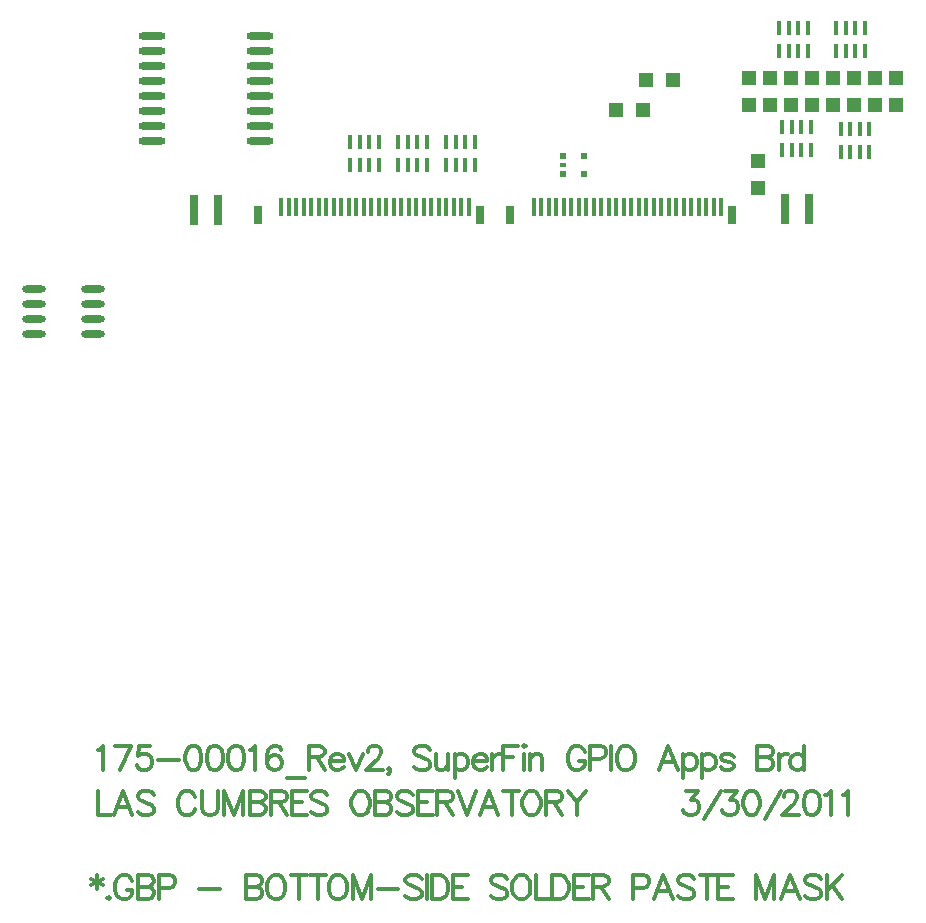
<source format=gbp>
%FSLAX23Y23*%
%MOIN*%
G70*
G01*
G75*
G04 Layer_Color=128*
%ADD10R,0.030X0.060*%
%ADD11R,0.048X0.078*%
%ADD12R,0.050X0.050*%
%ADD13R,0.016X0.041*%
%ADD14O,0.098X0.028*%
%ADD15R,0.030X0.100*%
%ADD16R,0.014X0.060*%
%ADD17R,0.031X0.060*%
%ADD18R,0.039X0.059*%
%ADD19R,0.050X0.050*%
%ADD20C,0.005*%
%ADD21C,0.020*%
%ADD22C,0.010*%
%ADD23C,0.012*%
%ADD24C,0.012*%
%ADD25C,0.012*%
%ADD26C,0.055*%
%ADD27R,0.059X0.059*%
%ADD28C,0.059*%
%ADD29R,0.059X0.059*%
%ADD30C,0.219*%
%ADD31C,0.024*%
%ADD32C,0.040*%
%ADD33C,0.073*%
G04:AMPARAMS|DCode=34|XSize=93.465mil|YSize=93.465mil|CornerRadius=0mil|HoleSize=0mil|Usage=FLASHONLY|Rotation=0.000|XOffset=0mil|YOffset=0mil|HoleType=Round|Shape=Relief|Width=10mil|Gap=10mil|Entries=4|*
%AMTHD34*
7,0,0,0.093,0.073,0.010,45*
%
%ADD34THD34*%
%ADD35C,0.075*%
G04:AMPARAMS|DCode=36|XSize=95.433mil|YSize=95.433mil|CornerRadius=0mil|HoleSize=0mil|Usage=FLASHONLY|Rotation=0.000|XOffset=0mil|YOffset=0mil|HoleType=Round|Shape=Relief|Width=10mil|Gap=10mil|Entries=4|*
%AMTHD36*
7,0,0,0.095,0.075,0.010,45*
%
%ADD36THD36*%
%ADD37C,0.206*%
%ADD38C,0.050*%
G04:AMPARAMS|DCode=39|XSize=70mil|YSize=70mil|CornerRadius=0mil|HoleSize=0mil|Usage=FLASHONLY|Rotation=0.000|XOffset=0mil|YOffset=0mil|HoleType=Round|Shape=Relief|Width=10mil|Gap=10mil|Entries=4|*
%AMTHD39*
7,0,0,0.070,0.050,0.010,45*
%
%ADD39THD39*%
%ADD40O,0.091X0.024*%
%ADD41R,0.020X0.020*%
%ADD42R,0.020X0.016*%
%ADD43O,0.079X0.024*%
%ADD44R,0.017X0.045*%
%ADD45C,0.007*%
%ADD46C,0.008*%
%ADD47C,0.010*%
%ADD48C,0.010*%
%ADD49C,0.008*%
%ADD50C,0.007*%
%ADD51C,0.006*%
%ADD52R,0.189X0.132*%
%ADD53R,0.038X0.068*%
%ADD54R,0.056X0.086*%
%ADD55R,0.058X0.058*%
%ADD56R,0.024X0.049*%
%ADD57O,0.106X0.036*%
%ADD58R,0.038X0.108*%
%ADD59R,0.022X0.068*%
%ADD60R,0.039X0.068*%
%ADD61R,0.047X0.067*%
%ADD62R,0.058X0.058*%
%ADD63C,0.063*%
%ADD64R,0.067X0.067*%
%ADD65C,0.067*%
%ADD66R,0.067X0.067*%
%ADD67C,0.227*%
%ADD68C,0.032*%
%ADD69R,0.774X0.219*%
%ADD70O,0.099X0.032*%
%ADD71R,0.028X0.028*%
%ADD72R,0.028X0.024*%
%ADD73O,0.087X0.032*%
%ADD74R,0.025X0.053*%
D12*
X24267Y16287D02*
D03*
Y16377D02*
D03*
X24197Y16287D02*
D03*
Y16377D02*
D03*
X24127Y16287D02*
D03*
Y16377D02*
D03*
X24057Y16287D02*
D03*
Y16377D02*
D03*
X23987Y16287D02*
D03*
Y16377D02*
D03*
X23917Y16287D02*
D03*
Y16377D02*
D03*
X23847Y16287D02*
D03*
Y16377D02*
D03*
X23777Y16287D02*
D03*
Y16377D02*
D03*
X23807Y16011D02*
D03*
Y16101D02*
D03*
D15*
X23975Y15940D02*
D03*
X23896D02*
D03*
X22005Y15939D02*
D03*
X21926D02*
D03*
D16*
X23683Y15949D02*
D03*
X23658D02*
D03*
X23633D02*
D03*
X23608D02*
D03*
X23583D02*
D03*
X23558D02*
D03*
X23533D02*
D03*
X23508D02*
D03*
X23483D02*
D03*
X23458D02*
D03*
X23433D02*
D03*
X23408D02*
D03*
X23383D02*
D03*
X23358D02*
D03*
X23333D02*
D03*
X23308D02*
D03*
X23283D02*
D03*
X23258D02*
D03*
X23233D02*
D03*
X23208D02*
D03*
X23183D02*
D03*
X23158D02*
D03*
X23133D02*
D03*
X23108D02*
D03*
X23083D02*
D03*
X23058D02*
D03*
X22842Y15948D02*
D03*
X22817D02*
D03*
X22792D02*
D03*
X22767D02*
D03*
X22742D02*
D03*
X22717D02*
D03*
X22692D02*
D03*
X22667D02*
D03*
X22642D02*
D03*
X22617D02*
D03*
X22592D02*
D03*
X22567D02*
D03*
X22542D02*
D03*
X22517D02*
D03*
X22492D02*
D03*
X22467D02*
D03*
X22442D02*
D03*
X22417D02*
D03*
X22392D02*
D03*
X22367D02*
D03*
X22342D02*
D03*
X22317D02*
D03*
X22292D02*
D03*
X22267D02*
D03*
X22242D02*
D03*
X22217D02*
D03*
D17*
X22140Y15921D02*
D03*
X22880D02*
D03*
X23720D02*
D03*
X22980D02*
D03*
D19*
X23522Y16372D02*
D03*
X23432D02*
D03*
X23332Y16272D02*
D03*
X23422D02*
D03*
D24*
X21602Y13720D02*
Y13675D01*
X21583Y13709D02*
X21621Y13686D01*
Y13709D02*
X21583Y13686D01*
X21641Y13648D02*
X21637Y13644D01*
X21641Y13640D01*
X21645Y13644D01*
X21641Y13648D01*
X21720Y13701D02*
X21716Y13709D01*
X21708Y13716D01*
X21701Y13720D01*
X21685D01*
X21678Y13716D01*
X21670Y13709D01*
X21666Y13701D01*
X21662Y13690D01*
Y13671D01*
X21666Y13659D01*
X21670Y13652D01*
X21678Y13644D01*
X21685Y13640D01*
X21701D01*
X21708Y13644D01*
X21716Y13652D01*
X21720Y13659D01*
Y13671D01*
X21701D02*
X21720D01*
X21738Y13720D02*
Y13640D01*
Y13720D02*
X21772D01*
X21784Y13716D01*
X21787Y13713D01*
X21791Y13705D01*
Y13697D01*
X21787Y13690D01*
X21784Y13686D01*
X21772Y13682D01*
X21738D02*
X21772D01*
X21784Y13678D01*
X21787Y13675D01*
X21791Y13667D01*
Y13656D01*
X21787Y13648D01*
X21784Y13644D01*
X21772Y13640D01*
X21738D01*
X21809Y13678D02*
X21843D01*
X21855Y13682D01*
X21859Y13686D01*
X21862Y13694D01*
Y13705D01*
X21859Y13713D01*
X21855Y13716D01*
X21843Y13720D01*
X21809D01*
Y13640D01*
X21943Y13675D02*
X22012D01*
X22098Y13720D02*
Y13640D01*
Y13720D02*
X22132D01*
X22144Y13716D01*
X22148Y13713D01*
X22152Y13705D01*
Y13697D01*
X22148Y13690D01*
X22144Y13686D01*
X22132Y13682D01*
X22098D02*
X22132D01*
X22144Y13678D01*
X22148Y13675D01*
X22152Y13667D01*
Y13656D01*
X22148Y13648D01*
X22144Y13644D01*
X22132Y13640D01*
X22098D01*
X22192Y13720D02*
X22185Y13716D01*
X22177Y13709D01*
X22173Y13701D01*
X22169Y13690D01*
Y13671D01*
X22173Y13659D01*
X22177Y13652D01*
X22185Y13644D01*
X22192Y13640D01*
X22207D01*
X22215Y13644D01*
X22223Y13652D01*
X22227Y13659D01*
X22230Y13671D01*
Y13690D01*
X22227Y13701D01*
X22223Y13709D01*
X22215Y13716D01*
X22207Y13720D01*
X22192D01*
X22276D02*
Y13640D01*
X22249Y13720D02*
X22302D01*
X22339D02*
Y13640D01*
X22312Y13720D02*
X22365D01*
X22398D02*
X22390Y13716D01*
X22382Y13709D01*
X22379Y13701D01*
X22375Y13690D01*
Y13671D01*
X22379Y13659D01*
X22382Y13652D01*
X22390Y13644D01*
X22398Y13640D01*
X22413D01*
X22420Y13644D01*
X22428Y13652D01*
X22432Y13659D01*
X22436Y13671D01*
Y13690D01*
X22432Y13701D01*
X22428Y13709D01*
X22420Y13716D01*
X22413Y13720D01*
X22398D01*
X22454D02*
Y13640D01*
Y13720D02*
X22485Y13640D01*
X22515Y13720D02*
X22485Y13640D01*
X22515Y13720D02*
Y13640D01*
X22538Y13675D02*
X22607D01*
X22684Y13709D02*
X22676Y13716D01*
X22665Y13720D01*
X22649D01*
X22638Y13716D01*
X22630Y13709D01*
Y13701D01*
X22634Y13694D01*
X22638Y13690D01*
X22645Y13686D01*
X22668Y13678D01*
X22676Y13675D01*
X22680Y13671D01*
X22684Y13663D01*
Y13652D01*
X22676Y13644D01*
X22665Y13640D01*
X22649D01*
X22638Y13644D01*
X22630Y13652D01*
X22701Y13720D02*
Y13640D01*
X22718Y13720D02*
Y13640D01*
Y13720D02*
X22745D01*
X22756Y13716D01*
X22764Y13709D01*
X22768Y13701D01*
X22772Y13690D01*
Y13671D01*
X22768Y13659D01*
X22764Y13652D01*
X22756Y13644D01*
X22745Y13640D01*
X22718D01*
X22839Y13720D02*
X22789D01*
Y13640D01*
X22839D01*
X22789Y13682D02*
X22820D01*
X22968Y13709D02*
X22961Y13716D01*
X22949Y13720D01*
X22934D01*
X22923Y13716D01*
X22915Y13709D01*
Y13701D01*
X22919Y13694D01*
X22923Y13690D01*
X22930Y13686D01*
X22953Y13678D01*
X22961Y13675D01*
X22965Y13671D01*
X22968Y13663D01*
Y13652D01*
X22961Y13644D01*
X22949Y13640D01*
X22934D01*
X22923Y13644D01*
X22915Y13652D01*
X23009Y13720D02*
X23002Y13716D01*
X22994Y13709D01*
X22990Y13701D01*
X22986Y13690D01*
Y13671D01*
X22990Y13659D01*
X22994Y13652D01*
X23002Y13644D01*
X23009Y13640D01*
X23024D01*
X23032Y13644D01*
X23040Y13652D01*
X23044Y13659D01*
X23047Y13671D01*
Y13690D01*
X23044Y13701D01*
X23040Y13709D01*
X23032Y13716D01*
X23024Y13720D01*
X23009D01*
X23066D02*
Y13640D01*
X23112D01*
X23120Y13720D02*
Y13640D01*
Y13720D02*
X23147D01*
X23159Y13716D01*
X23166Y13709D01*
X23170Y13701D01*
X23174Y13690D01*
Y13671D01*
X23170Y13659D01*
X23166Y13652D01*
X23159Y13644D01*
X23147Y13640D01*
X23120D01*
X23241Y13720D02*
X23192D01*
Y13640D01*
X23241D01*
X23192Y13682D02*
X23222D01*
X23255Y13720D02*
Y13640D01*
Y13720D02*
X23289D01*
X23300Y13716D01*
X23304Y13713D01*
X23308Y13705D01*
Y13697D01*
X23304Y13690D01*
X23300Y13686D01*
X23289Y13682D01*
X23255D01*
X23281D02*
X23308Y13640D01*
X23389Y13678D02*
X23423D01*
X23434Y13682D01*
X23438Y13686D01*
X23442Y13694D01*
Y13705D01*
X23438Y13713D01*
X23434Y13716D01*
X23423Y13720D01*
X23389D01*
Y13640D01*
X23521D02*
X23490Y13720D01*
X23460Y13640D01*
X23471Y13667D02*
X23509D01*
X23593Y13709D02*
X23585Y13716D01*
X23574Y13720D01*
X23558D01*
X23547Y13716D01*
X23539Y13709D01*
Y13701D01*
X23543Y13694D01*
X23547Y13690D01*
X23555Y13686D01*
X23577Y13678D01*
X23585Y13675D01*
X23589Y13671D01*
X23593Y13663D01*
Y13652D01*
X23585Y13644D01*
X23574Y13640D01*
X23558D01*
X23547Y13644D01*
X23539Y13652D01*
X23637Y13720D02*
Y13640D01*
X23611Y13720D02*
X23664D01*
X23723D02*
X23673D01*
Y13640D01*
X23723D01*
X23673Y13682D02*
X23704D01*
X23799Y13720D02*
Y13640D01*
Y13720D02*
X23830Y13640D01*
X23860Y13720D02*
X23830Y13640D01*
X23860Y13720D02*
Y13640D01*
X23944D02*
X23913Y13720D01*
X23883Y13640D01*
X23894Y13667D02*
X23932D01*
X24016Y13709D02*
X24008Y13716D01*
X23997Y13720D01*
X23982D01*
X23970Y13716D01*
X23963Y13709D01*
Y13701D01*
X23966Y13694D01*
X23970Y13690D01*
X23978Y13686D01*
X24001Y13678D01*
X24008Y13675D01*
X24012Y13671D01*
X24016Y13663D01*
Y13652D01*
X24008Y13644D01*
X23997Y13640D01*
X23982D01*
X23970Y13644D01*
X23963Y13652D01*
X24034Y13720D02*
Y13640D01*
X24087Y13720D02*
X24034Y13667D01*
X24053Y13686D02*
X24087Y13640D01*
X21604Y14136D02*
X21612Y14139D01*
X21623Y14151D01*
Y14071D01*
X21716Y14151D02*
X21678Y14071D01*
X21663Y14151D02*
X21716D01*
X21779D02*
X21741D01*
X21738Y14117D01*
X21741Y14120D01*
X21753Y14124D01*
X21764D01*
X21776Y14120D01*
X21783Y14113D01*
X21787Y14101D01*
Y14094D01*
X21783Y14082D01*
X21776Y14075D01*
X21764Y14071D01*
X21753D01*
X21741Y14075D01*
X21738Y14079D01*
X21734Y14086D01*
X21805Y14105D02*
X21874D01*
X21920Y14151D02*
X21909Y14147D01*
X21901Y14136D01*
X21897Y14117D01*
Y14105D01*
X21901Y14086D01*
X21909Y14075D01*
X21920Y14071D01*
X21928D01*
X21939Y14075D01*
X21947Y14086D01*
X21950Y14105D01*
Y14117D01*
X21947Y14136D01*
X21939Y14147D01*
X21928Y14151D01*
X21920D01*
X21991D02*
X21980Y14147D01*
X21972Y14136D01*
X21968Y14117D01*
Y14105D01*
X21972Y14086D01*
X21980Y14075D01*
X21991Y14071D01*
X21999D01*
X22010Y14075D01*
X22018Y14086D01*
X22022Y14105D01*
Y14117D01*
X22018Y14136D01*
X22010Y14147D01*
X21999Y14151D01*
X21991D01*
X22062D02*
X22051Y14147D01*
X22043Y14136D01*
X22040Y14117D01*
Y14105D01*
X22043Y14086D01*
X22051Y14075D01*
X22062Y14071D01*
X22070D01*
X22082Y14075D01*
X22089Y14086D01*
X22093Y14105D01*
Y14117D01*
X22089Y14136D01*
X22082Y14147D01*
X22070Y14151D01*
X22062D01*
X22111Y14136D02*
X22118Y14139D01*
X22130Y14151D01*
Y14071D01*
X22215Y14139D02*
X22211Y14147D01*
X22200Y14151D01*
X22192D01*
X22181Y14147D01*
X22173Y14136D01*
X22169Y14117D01*
Y14098D01*
X22173Y14082D01*
X22181Y14075D01*
X22192Y14071D01*
X22196D01*
X22208Y14075D01*
X22215Y14082D01*
X22219Y14094D01*
Y14098D01*
X22215Y14109D01*
X22208Y14117D01*
X22196Y14120D01*
X22192D01*
X22181Y14117D01*
X22173Y14109D01*
X22169Y14098D01*
X22237Y14044D02*
X22297D01*
X22308Y14151D02*
Y14071D01*
Y14151D02*
X22342D01*
X22353Y14147D01*
X22357Y14143D01*
X22361Y14136D01*
Y14128D01*
X22357Y14120D01*
X22353Y14117D01*
X22342Y14113D01*
X22308D01*
X22334D02*
X22361Y14071D01*
X22379Y14101D02*
X22425D01*
Y14109D01*
X22421Y14117D01*
X22417Y14120D01*
X22409Y14124D01*
X22398D01*
X22390Y14120D01*
X22383Y14113D01*
X22379Y14101D01*
Y14094D01*
X22383Y14082D01*
X22390Y14075D01*
X22398Y14071D01*
X22409D01*
X22417Y14075D01*
X22425Y14082D01*
X22442Y14124D02*
X22465Y14071D01*
X22488Y14124D02*
X22465Y14071D01*
X22504Y14132D02*
Y14136D01*
X22508Y14143D01*
X22512Y14147D01*
X22520Y14151D01*
X22535D01*
X22542Y14147D01*
X22546Y14143D01*
X22550Y14136D01*
Y14128D01*
X22546Y14120D01*
X22539Y14109D01*
X22500Y14071D01*
X22554D01*
X22579Y14075D02*
X22576Y14071D01*
X22572Y14075D01*
X22576Y14079D01*
X22579Y14075D01*
Y14067D01*
X22576Y14059D01*
X22572Y14056D01*
X22713Y14139D02*
X22705Y14147D01*
X22694Y14151D01*
X22679D01*
X22667Y14147D01*
X22660Y14139D01*
Y14132D01*
X22663Y14124D01*
X22667Y14120D01*
X22675Y14117D01*
X22698Y14109D01*
X22705Y14105D01*
X22709Y14101D01*
X22713Y14094D01*
Y14082D01*
X22705Y14075D01*
X22694Y14071D01*
X22679D01*
X22667Y14075D01*
X22660Y14082D01*
X22731Y14124D02*
Y14086D01*
X22735Y14075D01*
X22742Y14071D01*
X22754D01*
X22761Y14075D01*
X22773Y14086D01*
Y14124D02*
Y14071D01*
X22794Y14124D02*
Y14044D01*
Y14113D02*
X22801Y14120D01*
X22809Y14124D01*
X22820D01*
X22828Y14120D01*
X22836Y14113D01*
X22839Y14101D01*
Y14094D01*
X22836Y14082D01*
X22828Y14075D01*
X22820Y14071D01*
X22809D01*
X22801Y14075D01*
X22794Y14082D01*
X22857Y14101D02*
X22902D01*
Y14109D01*
X22898Y14117D01*
X22895Y14120D01*
X22887Y14124D01*
X22876D01*
X22868Y14120D01*
X22860Y14113D01*
X22857Y14101D01*
Y14094D01*
X22860Y14082D01*
X22868Y14075D01*
X22876Y14071D01*
X22887D01*
X22895Y14075D01*
X22902Y14082D01*
X22919Y14124D02*
Y14071D01*
Y14101D02*
X22923Y14113D01*
X22931Y14120D01*
X22938Y14124D01*
X22950D01*
X22957Y14151D02*
Y14071D01*
Y14151D02*
X23007D01*
X22957Y14113D02*
X22988D01*
X23023Y14151D02*
X23027Y14147D01*
X23031Y14151D01*
X23027Y14155D01*
X23023Y14151D01*
X23027Y14124D02*
Y14071D01*
X23045Y14124D02*
Y14071D01*
Y14109D02*
X23057Y14120D01*
X23064Y14124D01*
X23076D01*
X23083Y14120D01*
X23087Y14109D01*
Y14071D01*
X23228Y14132D02*
X23224Y14139D01*
X23217Y14147D01*
X23209Y14151D01*
X23194D01*
X23186Y14147D01*
X23178Y14139D01*
X23175Y14132D01*
X23171Y14120D01*
Y14101D01*
X23175Y14090D01*
X23178Y14082D01*
X23186Y14075D01*
X23194Y14071D01*
X23209D01*
X23217Y14075D01*
X23224Y14082D01*
X23228Y14090D01*
Y14101D01*
X23209D02*
X23228D01*
X23246Y14109D02*
X23280D01*
X23292Y14113D01*
X23296Y14117D01*
X23300Y14124D01*
Y14136D01*
X23296Y14143D01*
X23292Y14147D01*
X23280Y14151D01*
X23246D01*
Y14071D01*
X23317Y14151D02*
Y14071D01*
X23357Y14151D02*
X23349Y14147D01*
X23342Y14139D01*
X23338Y14132D01*
X23334Y14120D01*
Y14101D01*
X23338Y14090D01*
X23342Y14082D01*
X23349Y14075D01*
X23357Y14071D01*
X23372D01*
X23380Y14075D01*
X23388Y14082D01*
X23391Y14090D01*
X23395Y14101D01*
Y14120D01*
X23391Y14132D01*
X23388Y14139D01*
X23380Y14147D01*
X23372Y14151D01*
X23357D01*
X23538Y14071D02*
X23507Y14151D01*
X23477Y14071D01*
X23488Y14098D02*
X23526D01*
X23556Y14124D02*
Y14044D01*
Y14113D02*
X23564Y14120D01*
X23571Y14124D01*
X23583D01*
X23591Y14120D01*
X23598Y14113D01*
X23602Y14101D01*
Y14094D01*
X23598Y14082D01*
X23591Y14075D01*
X23583Y14071D01*
X23571D01*
X23564Y14075D01*
X23556Y14082D01*
X23619Y14124D02*
Y14044D01*
Y14113D02*
X23627Y14120D01*
X23634Y14124D01*
X23646D01*
X23653Y14120D01*
X23661Y14113D01*
X23665Y14101D01*
Y14094D01*
X23661Y14082D01*
X23653Y14075D01*
X23646Y14071D01*
X23634D01*
X23627Y14075D01*
X23619Y14082D01*
X23724Y14113D02*
X23720Y14120D01*
X23709Y14124D01*
X23697D01*
X23686Y14120D01*
X23682Y14113D01*
X23686Y14105D01*
X23693Y14101D01*
X23712Y14098D01*
X23720Y14094D01*
X23724Y14086D01*
Y14082D01*
X23720Y14075D01*
X23709Y14071D01*
X23697D01*
X23686Y14075D01*
X23682Y14082D01*
X23803Y14151D02*
Y14071D01*
Y14151D02*
X23838D01*
X23849Y14147D01*
X23853Y14143D01*
X23857Y14136D01*
Y14128D01*
X23853Y14120D01*
X23849Y14117D01*
X23838Y14113D01*
X23803D02*
X23838D01*
X23849Y14109D01*
X23853Y14105D01*
X23857Y14098D01*
Y14086D01*
X23853Y14079D01*
X23849Y14075D01*
X23838Y14071D01*
X23803D01*
X23875Y14124D02*
Y14071D01*
Y14101D02*
X23878Y14113D01*
X23886Y14120D01*
X23894Y14124D01*
X23905D01*
X23958Y14151D02*
Y14071D01*
Y14113D02*
X23950Y14120D01*
X23943Y14124D01*
X23931D01*
X23924Y14120D01*
X23916Y14113D01*
X23912Y14101D01*
Y14094D01*
X23916Y14082D01*
X23924Y14075D01*
X23931Y14071D01*
X23943D01*
X23950Y14075D01*
X23958Y14082D01*
D25*
X21604Y14001D02*
Y13921D01*
X21650D01*
X21719D02*
X21689Y14001D01*
X21658Y13921D01*
X21670Y13948D02*
X21708D01*
X21791Y13989D02*
X21784Y13997D01*
X21772Y14001D01*
X21757D01*
X21746Y13997D01*
X21738Y13989D01*
Y13982D01*
X21742Y13974D01*
X21746Y13970D01*
X21753Y13967D01*
X21776Y13959D01*
X21784Y13955D01*
X21787Y13951D01*
X21791Y13944D01*
Y13932D01*
X21784Y13925D01*
X21772Y13921D01*
X21757D01*
X21746Y13925D01*
X21738Y13932D01*
X21929Y13982D02*
X21925Y13989D01*
X21918Y13997D01*
X21910Y14001D01*
X21895D01*
X21887Y13997D01*
X21880Y13989D01*
X21876Y13982D01*
X21872Y13970D01*
Y13951D01*
X21876Y13940D01*
X21880Y13932D01*
X21887Y13925D01*
X21895Y13921D01*
X21910D01*
X21918Y13925D01*
X21925Y13932D01*
X21929Y13940D01*
X21952Y14001D02*
Y13944D01*
X21955Y13932D01*
X21963Y13925D01*
X21974Y13921D01*
X21982D01*
X21994Y13925D01*
X22001Y13932D01*
X22005Y13944D01*
Y14001D01*
X22027D02*
Y13921D01*
Y14001D02*
X22058Y13921D01*
X22088Y14001D02*
X22058Y13921D01*
X22088Y14001D02*
Y13921D01*
X22111Y14001D02*
Y13921D01*
Y14001D02*
X22145D01*
X22157Y13997D01*
X22160Y13993D01*
X22164Y13986D01*
Y13978D01*
X22160Y13970D01*
X22157Y13967D01*
X22145Y13963D01*
X22111D02*
X22145D01*
X22157Y13959D01*
X22160Y13955D01*
X22164Y13948D01*
Y13936D01*
X22160Y13928D01*
X22157Y13925D01*
X22145Y13921D01*
X22111D01*
X22182Y14001D02*
Y13921D01*
Y14001D02*
X22216D01*
X22228Y13997D01*
X22232Y13993D01*
X22235Y13986D01*
Y13978D01*
X22232Y13970D01*
X22228Y13967D01*
X22216Y13963D01*
X22182D01*
X22209D02*
X22235Y13921D01*
X22303Y14001D02*
X22253D01*
Y13921D01*
X22303D01*
X22253Y13963D02*
X22284D01*
X22369Y13989D02*
X22362Y13997D01*
X22350Y14001D01*
X22335D01*
X22324Y13997D01*
X22316Y13989D01*
Y13982D01*
X22320Y13974D01*
X22324Y13970D01*
X22331Y13967D01*
X22354Y13959D01*
X22362Y13955D01*
X22366Y13951D01*
X22369Y13944D01*
Y13932D01*
X22362Y13925D01*
X22350Y13921D01*
X22335D01*
X22324Y13925D01*
X22316Y13932D01*
X22473Y14001D02*
X22465Y13997D01*
X22458Y13989D01*
X22454Y13982D01*
X22450Y13970D01*
Y13951D01*
X22454Y13940D01*
X22458Y13932D01*
X22465Y13925D01*
X22473Y13921D01*
X22488D01*
X22496Y13925D01*
X22504Y13932D01*
X22507Y13940D01*
X22511Y13951D01*
Y13970D01*
X22507Y13982D01*
X22504Y13989D01*
X22496Y13997D01*
X22488Y14001D01*
X22473D01*
X22530D02*
Y13921D01*
Y14001D02*
X22564D01*
X22576Y13997D01*
X22579Y13993D01*
X22583Y13986D01*
Y13978D01*
X22579Y13970D01*
X22576Y13967D01*
X22564Y13963D01*
X22530D02*
X22564D01*
X22576Y13959D01*
X22579Y13955D01*
X22583Y13948D01*
Y13936D01*
X22579Y13928D01*
X22576Y13925D01*
X22564Y13921D01*
X22530D01*
X22654Y13989D02*
X22647Y13997D01*
X22635Y14001D01*
X22620D01*
X22609Y13997D01*
X22601Y13989D01*
Y13982D01*
X22605Y13974D01*
X22609Y13970D01*
X22616Y13967D01*
X22639Y13959D01*
X22647Y13955D01*
X22651Y13951D01*
X22654Y13944D01*
Y13932D01*
X22647Y13925D01*
X22635Y13921D01*
X22620D01*
X22609Y13925D01*
X22601Y13932D01*
X22722Y14001D02*
X22672D01*
Y13921D01*
X22722D01*
X22672Y13963D02*
X22703D01*
X22735Y14001D02*
Y13921D01*
Y14001D02*
X22769D01*
X22781Y13997D01*
X22785Y13993D01*
X22788Y13986D01*
Y13978D01*
X22785Y13970D01*
X22781Y13967D01*
X22769Y13963D01*
X22735D01*
X22762D02*
X22788Y13921D01*
X22806Y14001D02*
X22837Y13921D01*
X22867Y14001D02*
X22837Y13921D01*
X22938D02*
X22908Y14001D01*
X22878Y13921D01*
X22889Y13948D02*
X22927D01*
X22984Y14001D02*
Y13921D01*
X22957Y14001D02*
X23010D01*
X23043D02*
X23035Y13997D01*
X23028Y13989D01*
X23024Y13982D01*
X23020Y13970D01*
Y13951D01*
X23024Y13940D01*
X23028Y13932D01*
X23035Y13925D01*
X23043Y13921D01*
X23058D01*
X23066Y13925D01*
X23073Y13932D01*
X23077Y13940D01*
X23081Y13951D01*
Y13970D01*
X23077Y13982D01*
X23073Y13989D01*
X23066Y13997D01*
X23058Y14001D01*
X23043D01*
X23100D02*
Y13921D01*
Y14001D02*
X23134D01*
X23145Y13997D01*
X23149Y13993D01*
X23153Y13986D01*
Y13978D01*
X23149Y13970D01*
X23145Y13967D01*
X23134Y13963D01*
X23100D01*
X23126D02*
X23153Y13921D01*
X23171Y14001D02*
X23201Y13963D01*
Y13921D01*
X23232Y14001D02*
X23201Y13963D01*
X23564Y14001D02*
X23606D01*
X23583Y13970D01*
X23594D01*
X23602Y13967D01*
X23606Y13963D01*
X23610Y13951D01*
Y13944D01*
X23606Y13932D01*
X23598Y13925D01*
X23587Y13921D01*
X23575D01*
X23564Y13925D01*
X23560Y13928D01*
X23556Y13936D01*
X23627Y13909D02*
X23681Y14001D01*
X23694D02*
X23736D01*
X23713Y13970D01*
X23724D01*
X23732Y13967D01*
X23736Y13963D01*
X23739Y13951D01*
Y13944D01*
X23736Y13932D01*
X23728Y13925D01*
X23717Y13921D01*
X23705D01*
X23694Y13925D01*
X23690Y13928D01*
X23686Y13936D01*
X23780Y14001D02*
X23769Y13997D01*
X23761Y13986D01*
X23757Y13967D01*
Y13955D01*
X23761Y13936D01*
X23769Y13925D01*
X23780Y13921D01*
X23788D01*
X23799Y13925D01*
X23807Y13936D01*
X23811Y13955D01*
Y13967D01*
X23807Y13986D01*
X23799Y13997D01*
X23788Y14001D01*
X23780D01*
X23829Y13909D02*
X23882Y14001D01*
X23891Y13982D02*
Y13986D01*
X23895Y13993D01*
X23899Y13997D01*
X23906Y14001D01*
X23922D01*
X23929Y13997D01*
X23933Y13993D01*
X23937Y13986D01*
Y13978D01*
X23933Y13970D01*
X23925Y13959D01*
X23887Y13921D01*
X23941D01*
X23981Y14001D02*
X23970Y13997D01*
X23962Y13986D01*
X23958Y13967D01*
Y13955D01*
X23962Y13936D01*
X23970Y13925D01*
X23981Y13921D01*
X23989D01*
X24000Y13925D01*
X24008Y13936D01*
X24012Y13955D01*
Y13967D01*
X24008Y13986D01*
X24000Y13997D01*
X23989Y14001D01*
X23981D01*
X24030Y13986D02*
X24037Y13989D01*
X24049Y14001D01*
Y13921D01*
X24088Y13986D02*
X24096Y13989D01*
X24107Y14001D01*
Y13921D01*
D40*
X21787Y16167D02*
D03*
Y16217D02*
D03*
Y16267D02*
D03*
Y16317D02*
D03*
Y16367D02*
D03*
Y16417D02*
D03*
Y16467D02*
D03*
Y16517D02*
D03*
X22146Y16167D02*
D03*
Y16217D02*
D03*
Y16267D02*
D03*
Y16317D02*
D03*
Y16367D02*
D03*
Y16417D02*
D03*
Y16467D02*
D03*
Y16517D02*
D03*
D41*
X23227Y16057D02*
D03*
Y16116D02*
D03*
X23157D02*
D03*
Y16057D02*
D03*
D42*
Y16087D02*
D03*
D43*
X21589Y15673D02*
D03*
Y15623D02*
D03*
Y15573D02*
D03*
Y15523D02*
D03*
X21392Y15673D02*
D03*
Y15623D02*
D03*
Y15573D02*
D03*
Y15523D02*
D03*
D44*
X22447Y16087D02*
D03*
X22478D02*
D03*
X22510D02*
D03*
X22541D02*
D03*
Y16163D02*
D03*
X22510D02*
D03*
X22478D02*
D03*
X22447D02*
D03*
X24082Y16132D02*
D03*
X24113D02*
D03*
X24145D02*
D03*
X24176D02*
D03*
Y16208D02*
D03*
X24145D02*
D03*
X24113D02*
D03*
X24082D02*
D03*
X23887Y16137D02*
D03*
X23918D02*
D03*
X23950D02*
D03*
X23981D02*
D03*
Y16213D02*
D03*
X23950D02*
D03*
X23918D02*
D03*
X23887D02*
D03*
X24067Y16467D02*
D03*
X24098D02*
D03*
X24130D02*
D03*
X24161D02*
D03*
Y16543D02*
D03*
X24130D02*
D03*
X24098D02*
D03*
X24067D02*
D03*
X23877Y16467D02*
D03*
X23908D02*
D03*
X23940D02*
D03*
X23971D02*
D03*
Y16543D02*
D03*
X23940D02*
D03*
X23908D02*
D03*
X23877D02*
D03*
X22767Y16087D02*
D03*
X22798D02*
D03*
X22830D02*
D03*
X22861D02*
D03*
Y16163D02*
D03*
X22830D02*
D03*
X22798D02*
D03*
X22767D02*
D03*
X22607Y16087D02*
D03*
X22638D02*
D03*
X22670D02*
D03*
X22701D02*
D03*
Y16163D02*
D03*
X22670D02*
D03*
X22638D02*
D03*
X22607D02*
D03*
M02*

</source>
